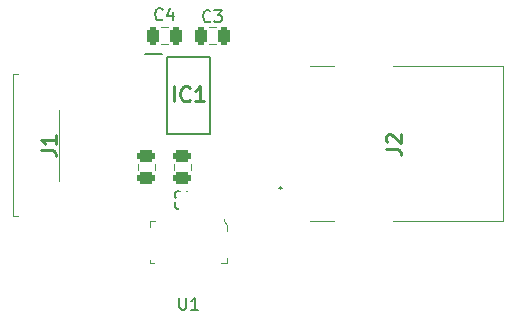
<source format=gto>
%TF.GenerationSoftware,KiCad,Pcbnew,7.0.0-da2b9df05c~163~ubuntu22.04.1*%
%TF.CreationDate,2023-02-20T00:02:52+00:00*%
%TF.ProjectId,levelshifter,6c657665-6c73-4686-9966-7465722e6b69,rev?*%
%TF.SameCoordinates,Original*%
%TF.FileFunction,Legend,Top*%
%TF.FilePolarity,Positive*%
%FSLAX46Y46*%
G04 Gerber Fmt 4.6, Leading zero omitted, Abs format (unit mm)*
G04 Created by KiCad (PCBNEW 7.0.0-da2b9df05c~163~ubuntu22.04.1) date 2023-02-20 00:02:52*
%MOMM*%
%LPD*%
G01*
G04 APERTURE LIST*
G04 Aperture macros list*
%AMRoundRect*
0 Rectangle with rounded corners*
0 $1 Rounding radius*
0 $2 $3 $4 $5 $6 $7 $8 $9 X,Y pos of 4 corners*
0 Add a 4 corners polygon primitive as box body*
4,1,4,$2,$3,$4,$5,$6,$7,$8,$9,$2,$3,0*
0 Add four circle primitives for the rounded corners*
1,1,$1+$1,$2,$3*
1,1,$1+$1,$4,$5*
1,1,$1+$1,$6,$7*
1,1,$1+$1,$8,$9*
0 Add four rect primitives between the rounded corners*
20,1,$1+$1,$2,$3,$4,$5,0*
20,1,$1+$1,$4,$5,$6,$7,0*
20,1,$1+$1,$6,$7,$8,$9,0*
20,1,$1+$1,$8,$9,$2,$3,0*%
G04 Aperture macros list end*
%ADD10C,0.150000*%
%ADD11C,0.254000*%
%ADD12C,0.100000*%
%ADD13C,0.200000*%
%ADD14C,0.120000*%
%ADD15R,1.500000X2.200000*%
%ADD16R,3.800000X2.200000*%
%ADD17C,0.001000*%
%ADD18R,2.600000X0.900000*%
%ADD19R,2.150000X0.900000*%
%ADD20C,3.438000*%
%ADD21R,1.800000X0.700000*%
%ADD22C,3.800000*%
%ADD23R,1.475000X0.450000*%
%ADD24C,2.200000*%
%ADD25RoundRect,0.250000X-0.250000X-0.475000X0.250000X-0.475000X0.250000X0.475000X-0.250000X0.475000X0*%
%ADD26RoundRect,0.250000X0.250000X0.475000X-0.250000X0.475000X-0.250000X-0.475000X0.250000X-0.475000X0*%
%ADD27RoundRect,0.250000X0.475000X-0.250000X0.475000X0.250000X-0.475000X0.250000X-0.475000X-0.250000X0*%
G04 APERTURE END LIST*
D10*
%TO.C,U1*%
X147574095Y-103507380D02*
X147574095Y-104316904D01*
X147574095Y-104316904D02*
X147621714Y-104412142D01*
X147621714Y-104412142D02*
X147669333Y-104459761D01*
X147669333Y-104459761D02*
X147764571Y-104507380D01*
X147764571Y-104507380D02*
X147955047Y-104507380D01*
X147955047Y-104507380D02*
X148050285Y-104459761D01*
X148050285Y-104459761D02*
X148097904Y-104412142D01*
X148097904Y-104412142D02*
X148145523Y-104316904D01*
X148145523Y-104316904D02*
X148145523Y-103507380D01*
X149145523Y-104507380D02*
X148574095Y-104507380D01*
X148859809Y-104507380D02*
X148859809Y-103507380D01*
X148859809Y-103507380D02*
X148764571Y-103650238D01*
X148764571Y-103650238D02*
X148669333Y-103745476D01*
X148669333Y-103745476D02*
X148574095Y-103793095D01*
D11*
%TO.C,J2*%
X165052073Y-90899332D02*
X165959216Y-90899332D01*
X165959216Y-90899332D02*
X166140645Y-90959809D01*
X166140645Y-90959809D02*
X166261597Y-91080761D01*
X166261597Y-91080761D02*
X166322073Y-91262190D01*
X166322073Y-91262190D02*
X166322073Y-91383142D01*
X165173026Y-90355047D02*
X165112550Y-90294571D01*
X165112550Y-90294571D02*
X165052073Y-90173618D01*
X165052073Y-90173618D02*
X165052073Y-89871237D01*
X165052073Y-89871237D02*
X165112550Y-89750285D01*
X165112550Y-89750285D02*
X165173026Y-89689809D01*
X165173026Y-89689809D02*
X165293978Y-89629332D01*
X165293978Y-89629332D02*
X165414930Y-89629332D01*
X165414930Y-89629332D02*
X165596359Y-89689809D01*
X165596359Y-89689809D02*
X166322073Y-90415523D01*
X166322073Y-90415523D02*
X166322073Y-89629332D01*
%TO.C,J1*%
X135848573Y-91023332D02*
X136755716Y-91023332D01*
X136755716Y-91023332D02*
X136937145Y-91083809D01*
X136937145Y-91083809D02*
X137058097Y-91204761D01*
X137058097Y-91204761D02*
X137118573Y-91386190D01*
X137118573Y-91386190D02*
X137118573Y-91507142D01*
X137118573Y-89753332D02*
X137118573Y-90479047D01*
X137118573Y-90116190D02*
X135848573Y-90116190D01*
X135848573Y-90116190D02*
X136030002Y-90237142D01*
X136030002Y-90237142D02*
X136150954Y-90358094D01*
X136150954Y-90358094D02*
X136211430Y-90479047D01*
%TO.C,IC1*%
X147104237Y-86878573D02*
X147104237Y-85608573D01*
X148434714Y-86757621D02*
X148374238Y-86818097D01*
X148374238Y-86818097D02*
X148192809Y-86878573D01*
X148192809Y-86878573D02*
X148071857Y-86878573D01*
X148071857Y-86878573D02*
X147890428Y-86818097D01*
X147890428Y-86818097D02*
X147769476Y-86697145D01*
X147769476Y-86697145D02*
X147708999Y-86576192D01*
X147708999Y-86576192D02*
X147648523Y-86334288D01*
X147648523Y-86334288D02*
X147648523Y-86152859D01*
X147648523Y-86152859D02*
X147708999Y-85910954D01*
X147708999Y-85910954D02*
X147769476Y-85790002D01*
X147769476Y-85790002D02*
X147890428Y-85669050D01*
X147890428Y-85669050D02*
X148071857Y-85608573D01*
X148071857Y-85608573D02*
X148192809Y-85608573D01*
X148192809Y-85608573D02*
X148374238Y-85669050D01*
X148374238Y-85669050D02*
X148434714Y-85729526D01*
X149644238Y-86878573D02*
X148918523Y-86878573D01*
X149281380Y-86878573D02*
X149281380Y-85608573D01*
X149281380Y-85608573D02*
X149160428Y-85790002D01*
X149160428Y-85790002D02*
X149039476Y-85910954D01*
X149039476Y-85910954D02*
X148918523Y-85971430D01*
D10*
%TO.C,C4*%
X146145333Y-79924142D02*
X146097714Y-79971761D01*
X146097714Y-79971761D02*
X145954857Y-80019380D01*
X145954857Y-80019380D02*
X145859619Y-80019380D01*
X145859619Y-80019380D02*
X145716762Y-79971761D01*
X145716762Y-79971761D02*
X145621524Y-79876523D01*
X145621524Y-79876523D02*
X145573905Y-79781285D01*
X145573905Y-79781285D02*
X145526286Y-79590809D01*
X145526286Y-79590809D02*
X145526286Y-79447952D01*
X145526286Y-79447952D02*
X145573905Y-79257476D01*
X145573905Y-79257476D02*
X145621524Y-79162238D01*
X145621524Y-79162238D02*
X145716762Y-79067000D01*
X145716762Y-79067000D02*
X145859619Y-79019380D01*
X145859619Y-79019380D02*
X145954857Y-79019380D01*
X145954857Y-79019380D02*
X146097714Y-79067000D01*
X146097714Y-79067000D02*
X146145333Y-79114619D01*
X147002476Y-79352714D02*
X147002476Y-80019380D01*
X146764381Y-78971761D02*
X146526286Y-79686047D01*
X146526286Y-79686047D02*
X147145333Y-79686047D01*
%TO.C,C3*%
X150195333Y-80080142D02*
X150147714Y-80127761D01*
X150147714Y-80127761D02*
X150004857Y-80175380D01*
X150004857Y-80175380D02*
X149909619Y-80175380D01*
X149909619Y-80175380D02*
X149766762Y-80127761D01*
X149766762Y-80127761D02*
X149671524Y-80032523D01*
X149671524Y-80032523D02*
X149623905Y-79937285D01*
X149623905Y-79937285D02*
X149576286Y-79746809D01*
X149576286Y-79746809D02*
X149576286Y-79603952D01*
X149576286Y-79603952D02*
X149623905Y-79413476D01*
X149623905Y-79413476D02*
X149671524Y-79318238D01*
X149671524Y-79318238D02*
X149766762Y-79223000D01*
X149766762Y-79223000D02*
X149909619Y-79175380D01*
X149909619Y-79175380D02*
X150004857Y-79175380D01*
X150004857Y-79175380D02*
X150147714Y-79223000D01*
X150147714Y-79223000D02*
X150195333Y-79270619D01*
X150528667Y-79175380D02*
X151147714Y-79175380D01*
X151147714Y-79175380D02*
X150814381Y-79556333D01*
X150814381Y-79556333D02*
X150957238Y-79556333D01*
X150957238Y-79556333D02*
X151052476Y-79603952D01*
X151052476Y-79603952D02*
X151100095Y-79651571D01*
X151100095Y-79651571D02*
X151147714Y-79746809D01*
X151147714Y-79746809D02*
X151147714Y-79984904D01*
X151147714Y-79984904D02*
X151100095Y-80080142D01*
X151100095Y-80080142D02*
X151052476Y-80127761D01*
X151052476Y-80127761D02*
X150957238Y-80175380D01*
X150957238Y-80175380D02*
X150671524Y-80175380D01*
X150671524Y-80175380D02*
X150576286Y-80127761D01*
X150576286Y-80127761D02*
X150528667Y-80080142D01*
%TO.C,C2*%
X148100142Y-95430666D02*
X148147761Y-95478285D01*
X148147761Y-95478285D02*
X148195380Y-95621142D01*
X148195380Y-95621142D02*
X148195380Y-95716380D01*
X148195380Y-95716380D02*
X148147761Y-95859237D01*
X148147761Y-95859237D02*
X148052523Y-95954475D01*
X148052523Y-95954475D02*
X147957285Y-96002094D01*
X147957285Y-96002094D02*
X147766809Y-96049713D01*
X147766809Y-96049713D02*
X147623952Y-96049713D01*
X147623952Y-96049713D02*
X147433476Y-96002094D01*
X147433476Y-96002094D02*
X147338238Y-95954475D01*
X147338238Y-95954475D02*
X147243000Y-95859237D01*
X147243000Y-95859237D02*
X147195380Y-95716380D01*
X147195380Y-95716380D02*
X147195380Y-95621142D01*
X147195380Y-95621142D02*
X147243000Y-95478285D01*
X147243000Y-95478285D02*
X147290619Y-95430666D01*
X147290619Y-95049713D02*
X147243000Y-95002094D01*
X147243000Y-95002094D02*
X147195380Y-94906856D01*
X147195380Y-94906856D02*
X147195380Y-94668761D01*
X147195380Y-94668761D02*
X147243000Y-94573523D01*
X147243000Y-94573523D02*
X147290619Y-94525904D01*
X147290619Y-94525904D02*
X147385857Y-94478285D01*
X147385857Y-94478285D02*
X147481095Y-94478285D01*
X147481095Y-94478285D02*
X147623952Y-94525904D01*
X147623952Y-94525904D02*
X148195380Y-95097332D01*
X148195380Y-95097332D02*
X148195380Y-94478285D01*
D12*
%TO.C,U1*%
X151611000Y-97831000D02*
X151611000Y-97356000D01*
X151611000Y-97356000D02*
X151311000Y-97031000D01*
X151311000Y-97031000D02*
X151311000Y-96836000D01*
X145061000Y-97506000D02*
X145061000Y-97031000D01*
X145061000Y-97031000D02*
X145511000Y-97031000D01*
X151111000Y-100581000D02*
X151611000Y-100581000D01*
X151611000Y-100581000D02*
X151611000Y-100181000D01*
X145436000Y-100581000D02*
X145061000Y-100581000D01*
X145061000Y-100581000D02*
X145061000Y-100281000D01*
%TO.C,J2*%
X158666500Y-97026000D02*
X160666500Y-97026000D01*
X165665500Y-97026000D02*
X174966500Y-97026000D01*
X174966500Y-97026000D02*
X174966500Y-83926000D01*
D13*
X156033500Y-94226000D02*
X156033500Y-94226000D01*
X156233500Y-94226000D02*
X156233500Y-94226000D01*
D12*
X158666500Y-83926000D02*
X160666500Y-83926000D01*
X174966500Y-83926000D02*
X165665500Y-83926000D01*
D13*
X156233500Y-94226000D02*
G75*
G03*
X156033500Y-94226000I-100000J0D01*
G01*
X156033500Y-94226000D02*
G75*
G03*
X156233500Y-94226000I100000J0D01*
G01*
D12*
%TO.C,J1*%
X133937000Y-84600000D02*
X133477000Y-84600000D01*
X133477000Y-84600000D02*
X133477000Y-96600000D01*
X137387000Y-87600000D02*
X137387000Y-93600000D01*
X133477000Y-96600000D02*
X133937000Y-96600000D01*
D13*
%TO.C,IC1*%
X144669000Y-82912000D02*
X146144000Y-82912000D01*
X146494000Y-83162000D02*
X150194000Y-83162000D01*
X146494000Y-89662000D02*
X146494000Y-83162000D01*
X150194000Y-83162000D02*
X150194000Y-89662000D01*
X150194000Y-89662000D02*
X146494000Y-89662000D01*
D14*
%TO.C,C4*%
X146050748Y-80597000D02*
X146573252Y-80597000D01*
X146050748Y-82067000D02*
X146573252Y-82067000D01*
%TO.C,C3*%
X150637252Y-82067000D02*
X150114748Y-82067000D01*
X150637252Y-80597000D02*
X150114748Y-80597000D01*
%TO.C,C2*%
X147093000Y-92717252D02*
X147093000Y-92194748D01*
X148563000Y-92717252D02*
X148563000Y-92194748D01*
%TO.C,C1*%
X144045000Y-92717252D02*
X144045000Y-92194748D01*
X145515000Y-92717252D02*
X145515000Y-92194748D01*
%TD*%
%LPC*%
D15*
%TO.C,U1*%
X146035999Y-95655999D03*
X148335999Y-95655999D03*
X150635999Y-95655999D03*
D16*
X148335999Y-101955999D03*
%TD*%
D17*
%TO.C,J2*%
X163186500Y-93876000D03*
X163186500Y-87076000D03*
D18*
X157966499Y-94225999D03*
X157966499Y-91725999D03*
X157966499Y-89225999D03*
X157966499Y-86725999D03*
D19*
X157741499Y-85475999D03*
X157741499Y-87975999D03*
X157741499Y-90475999D03*
X157741499Y-92975999D03*
X157741499Y-95475999D03*
D20*
X163186500Y-97276000D03*
X163186500Y-83676000D03*
%TD*%
D17*
%TO.C,J1*%
X136477000Y-88350000D03*
X136477000Y-92850000D03*
D21*
X138926999Y-93599999D03*
X138926999Y-91599999D03*
X138926999Y-89599999D03*
X138926999Y-87599999D03*
X138926999Y-86599999D03*
X138926999Y-88599999D03*
X138926999Y-90599999D03*
X138926999Y-92599999D03*
X138926999Y-94599999D03*
D22*
X136477000Y-84750000D03*
X136477000Y-96450000D03*
%TD*%
D23*
%TO.C,IC1*%
X145405999Y-83486999D03*
X145405999Y-84136999D03*
X145405999Y-84786999D03*
X145405999Y-85436999D03*
X145405999Y-86086999D03*
X145405999Y-86736999D03*
X145405999Y-87386999D03*
X145405999Y-88036999D03*
X145405999Y-88686999D03*
X145405999Y-89336999D03*
X151281999Y-89336999D03*
X151281999Y-88686999D03*
X151281999Y-88036999D03*
X151281999Y-87386999D03*
X151281999Y-86736999D03*
X151281999Y-86086999D03*
X151281999Y-85436999D03*
X151281999Y-84786999D03*
X151281999Y-84136999D03*
X151281999Y-83486999D03*
%TD*%
D24*
%TO.C,H2*%
X167400000Y-78700000D03*
%TD*%
D25*
%TO.C,C4*%
X145362000Y-81332000D03*
X147262000Y-81332000D03*
%TD*%
D26*
%TO.C,C3*%
X151326000Y-81332000D03*
X149426000Y-81332000D03*
%TD*%
D24*
%TO.C,H3*%
X136700000Y-102300000D03*
%TD*%
D27*
%TO.C,C2*%
X147828000Y-93406000D03*
X147828000Y-91506000D03*
%TD*%
%TO.C,C1*%
X144780000Y-93406000D03*
X144780000Y-91506000D03*
%TD*%
D24*
%TO.C,H4*%
X167400000Y-102300000D03*
%TD*%
%TO.C,H1*%
X136700000Y-78700000D03*
%TD*%
M02*

</source>
